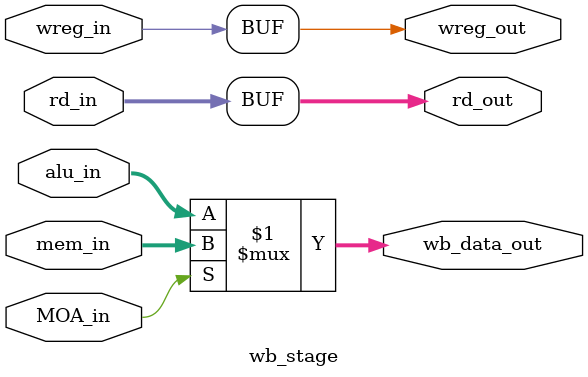
<source format=v>

module wb_stage (
	input  wire [31:0] alu_in,
	input  wire [31:0] mem_in,
	input  wire        wreg_in,
	input  wire [4:0]  rd_in,
	input  wire        MOA_in,

	output wire [31:0] wb_data_out,
	output wire        wreg_out,
	output wire [4:0]  rd_out
);

assign wb_data_out = MOA_in ? mem_in : alu_in;

assign wreg_out = wreg_in;
assign rd_out   = rd_in;

endmodule
</source>
